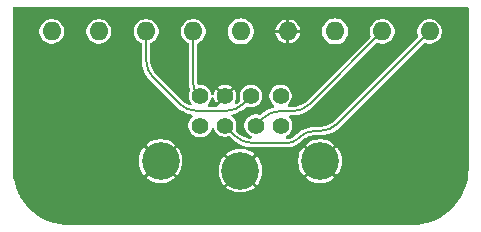
<source format=gbr>
%TF.GenerationSoftware,KiCad,Pcbnew,9.0.6*%
%TF.CreationDate,2026-02-06T14:40:20-05:00*%
%TF.ProjectId,DQ PS2 Controller Adapter,44512050-5332-4204-936f-6e74726f6c6c,1.0*%
%TF.SameCoordinates,Original*%
%TF.FileFunction,Copper,L1,Top*%
%TF.FilePolarity,Positive*%
%FSLAX46Y46*%
G04 Gerber Fmt 4.6, Leading zero omitted, Abs format (unit mm)*
G04 Created by KiCad (PCBNEW 9.0.6) date 2026-02-06 14:40:20*
%MOMM*%
%LPD*%
G01*
G04 APERTURE LIST*
%TA.AperFunction,ComponentPad*%
%ADD10O,1.600000X1.600000*%
%TD*%
%TA.AperFunction,ComponentPad*%
%ADD11C,3.200000*%
%TD*%
%TA.AperFunction,ComponentPad*%
%ADD12C,1.400000*%
%TD*%
%TA.AperFunction,Conductor*%
%ADD13C,0.200000*%
%TD*%
G04 APERTURE END LIST*
D10*
%TO.P,P1,1,DAT*%
%TO.N,/DAT*%
X166670000Y-89930000D03*
%TO.P,P1,2,CMD*%
%TO.N,/CMD*%
X162670000Y-89930000D03*
%TO.P,P1,3,7V6*%
%TO.N,/7V6*%
X158670000Y-89930000D03*
%TO.P,P1,4,GND*%
%TO.N,GND*%
X154670000Y-89930000D03*
%TO.P,P1,5,Vcc*%
%TO.N,/Vcc*%
X150670000Y-89930000D03*
%TO.P,P1,6,ATT*%
%TO.N,/ATT*%
X146670000Y-89930000D03*
%TO.P,P1,7,CLK*%
%TO.N,/CLK*%
X142670000Y-89930000D03*
%TO.P,P1,8,N/C*%
%TO.N,unconnected-(P1-N{slash}C-Pad8)*%
X138670000Y-89930000D03*
%TO.P,P1,9,ACK*%
%TO.N,/ACK*%
X134670000Y-89930000D03*
%TD*%
D11*
%TO.P,J1,0*%
%TO.N,GND*%
X157400000Y-100900000D03*
X150650000Y-101710000D03*
X143900000Y-100900000D03*
D12*
%TO.P,J1,1*%
%TO.N,/DAT*%
X149350000Y-97900000D03*
%TO.P,J1,2*%
%TO.N,/CMD*%
X151950000Y-97900000D03*
%TO.P,J1,3*%
%TO.N,/7V6*%
X147250000Y-97900000D03*
%TO.P,J1,4*%
%TO.N,GND*%
X149350000Y-95400000D03*
%TO.P,J1,5*%
%TO.N,/Vcc*%
X154050000Y-97900000D03*
%TO.P,J1,6*%
%TO.N,/ATT*%
X147250000Y-95400000D03*
%TO.P,J1,7*%
%TO.N,/CLK*%
X151550000Y-95400000D03*
%TO.P,J1,8*%
%TO.N,/ACK*%
X154050000Y-95400000D03*
%TD*%
D13*
%TO.N,/ATT*%
X146962893Y-95112893D02*
X147250000Y-95400000D01*
X146670000Y-89930000D02*
X146670000Y-94405786D01*
X146962893Y-95112893D02*
G75*
G02*
X146670010Y-94405786I707107J707093D01*
G01*
%TO.N,/DAT*%
X155432893Y-99067107D02*
X155574214Y-98925786D01*
X151638427Y-99360000D02*
X154725786Y-99360000D01*
X158845787Y-97754213D02*
X166670000Y-89930000D01*
X149350000Y-97900000D02*
X150224214Y-98774214D01*
X156988427Y-98340000D02*
X157431573Y-98340000D01*
X156988427Y-98340000D02*
G75*
G03*
X155574200Y-98925772I-27J-2000000D01*
G01*
X155432893Y-99067107D02*
G75*
G02*
X154725786Y-99359990I-707093J707107D01*
G01*
X150224214Y-98774214D02*
G75*
G03*
X151638427Y-99359981I1414186J1414214D01*
G01*
X157431573Y-98340000D02*
G75*
G03*
X158845801Y-97754227I27J2000000D01*
G01*
%TO.N,/CMD*%
X155101573Y-96670000D02*
X154008427Y-96670000D01*
X162670000Y-89930000D02*
X156515786Y-96084214D01*
X152594213Y-97255787D02*
X151950000Y-97900000D01*
X156515786Y-96084214D02*
G75*
G02*
X155101573Y-96669981I-1414186J1414214D01*
G01*
X152594213Y-97255787D02*
G75*
G02*
X154008427Y-96670019I1414187J-1414213D01*
G01*
%TO.N,/CLK*%
X146928427Y-96640000D02*
X149481573Y-96640000D01*
X142670000Y-89930000D02*
X142670000Y-92381573D01*
X143255787Y-93795787D02*
X145514214Y-96054214D01*
X150895787Y-96054213D02*
X151550000Y-95400000D01*
X143255787Y-93795787D02*
G75*
G02*
X142670019Y-92381573I1414213J1414187D01*
G01*
X146928427Y-96640000D02*
G75*
G02*
X145514200Y-96054228I-27J2000000D01*
G01*
X149481573Y-96640000D02*
G75*
G03*
X150895801Y-96054227I27J2000000D01*
G01*
%TD*%
%TA.AperFunction,Conductor*%
%TO.N,GND*%
G36*
X148341505Y-95510781D02*
G01*
X148398178Y-95551646D01*
X148421871Y-95603525D01*
X148436507Y-95677100D01*
X148436508Y-95677105D01*
X148508119Y-95849991D01*
X148508124Y-95849999D01*
X148594281Y-95978940D01*
X148955871Y-95617350D01*
X148989910Y-95676306D01*
X149073694Y-95760090D01*
X149132647Y-95794127D01*
X148770214Y-96156561D01*
X148757804Y-96221994D01*
X148709739Y-96272703D01*
X148647421Y-96289500D01*
X148004073Y-96289500D01*
X147937034Y-96269815D01*
X147891279Y-96217011D01*
X147881335Y-96147853D01*
X147910360Y-96084297D01*
X147916392Y-96077819D01*
X147988299Y-96005911D01*
X147988302Y-96005908D01*
X148092322Y-95850231D01*
X148163973Y-95677251D01*
X148178638Y-95603523D01*
X148211021Y-95541617D01*
X148271736Y-95507042D01*
X148341505Y-95510781D01*
G37*
%TD.AperFunction*%
%TA.AperFunction,Conductor*%
G36*
X169912539Y-87850185D02*
G01*
X169958294Y-87902989D01*
X169969500Y-87954500D01*
X169969500Y-101536886D01*
X169969382Y-101542295D01*
X169951473Y-101952492D01*
X169950530Y-101963268D01*
X169897293Y-102367644D01*
X169895415Y-102378298D01*
X169807132Y-102776516D01*
X169804332Y-102786964D01*
X169681684Y-103175956D01*
X169677984Y-103186122D01*
X169521896Y-103562953D01*
X169517324Y-103572757D01*
X169328993Y-103934538D01*
X169323585Y-103943906D01*
X169104428Y-104287914D01*
X169098223Y-104296775D01*
X168849925Y-104620364D01*
X168842971Y-104628651D01*
X168567418Y-104929365D01*
X168559769Y-104937014D01*
X168259055Y-105212568D01*
X168250768Y-105219522D01*
X167927180Y-105467820D01*
X167918319Y-105474025D01*
X167574311Y-105693182D01*
X167564943Y-105698590D01*
X167203162Y-105886922D01*
X167193358Y-105891494D01*
X166816530Y-106047581D01*
X166806365Y-106051281D01*
X166417367Y-106173932D01*
X166406917Y-106176732D01*
X166008702Y-106265014D01*
X165998049Y-106266892D01*
X165593672Y-106320129D01*
X165582896Y-106321072D01*
X165172862Y-106338975D01*
X165167453Y-106339093D01*
X136172706Y-106339093D01*
X136167297Y-106338975D01*
X135757102Y-106321065D01*
X135746326Y-106320122D01*
X135341950Y-106266885D01*
X135331296Y-106265007D01*
X134933079Y-106176724D01*
X134922631Y-106173924D01*
X134533640Y-106051276D01*
X134523474Y-106047576D01*
X134146643Y-105891487D01*
X134136839Y-105886915D01*
X134018873Y-105825506D01*
X133775044Y-105698576D01*
X133765688Y-105693175D01*
X133480376Y-105511410D01*
X133421692Y-105474024D01*
X133412831Y-105467820D01*
X133089235Y-105219516D01*
X133080948Y-105212562D01*
X132780235Y-104937009D01*
X132772586Y-104929360D01*
X132497033Y-104628646D01*
X132490079Y-104620359D01*
X132241781Y-104296771D01*
X132235576Y-104287910D01*
X132016420Y-103943903D01*
X132011012Y-103934535D01*
X131954299Y-103825590D01*
X131822678Y-103572748D01*
X131818112Y-103562956D01*
X131662016Y-103186107D01*
X131658322Y-103175956D01*
X131636324Y-103106188D01*
X131535665Y-102786939D01*
X131532876Y-102776527D01*
X131444588Y-102378281D01*
X131442716Y-102367662D01*
X131389474Y-101963245D01*
X131388534Y-101952511D01*
X131370617Y-101542126D01*
X131370500Y-101536736D01*
X131370500Y-100778751D01*
X142050000Y-100778751D01*
X142050000Y-101021248D01*
X142050001Y-101021264D01*
X142081653Y-101261687D01*
X142144421Y-101495939D01*
X142237220Y-101719978D01*
X142237227Y-101719993D01*
X142358480Y-101930009D01*
X142503811Y-102119409D01*
X142503812Y-102119409D01*
X143038097Y-101585124D01*
X143060967Y-101616602D01*
X143183398Y-101739033D01*
X143214873Y-101761901D01*
X142680589Y-102296186D01*
X142680589Y-102296188D01*
X142869990Y-102441519D01*
X143080006Y-102562772D01*
X143080021Y-102562779D01*
X143304060Y-102655578D01*
X143538312Y-102718346D01*
X143778735Y-102749998D01*
X143778752Y-102750000D01*
X144021248Y-102750000D01*
X144021264Y-102749998D01*
X144261687Y-102718346D01*
X144495939Y-102655578D01*
X144719978Y-102562779D01*
X144719992Y-102562772D01*
X144930010Y-102441518D01*
X145119409Y-102296186D01*
X144585125Y-101761901D01*
X144616602Y-101739033D01*
X144739033Y-101616602D01*
X144761901Y-101585125D01*
X145296186Y-102119409D01*
X145441518Y-101930010D01*
X145562772Y-101719992D01*
X145562779Y-101719978D01*
X145617135Y-101588751D01*
X148800000Y-101588751D01*
X148800000Y-101831248D01*
X148800001Y-101831264D01*
X148831653Y-102071687D01*
X148894421Y-102305939D01*
X148987220Y-102529978D01*
X148987227Y-102529993D01*
X149108480Y-102740009D01*
X149253811Y-102929409D01*
X149253812Y-102929409D01*
X149788097Y-102395124D01*
X149810967Y-102426602D01*
X149933398Y-102549033D01*
X149964873Y-102571901D01*
X149430589Y-103106186D01*
X149430589Y-103106188D01*
X149619990Y-103251519D01*
X149830006Y-103372772D01*
X149830021Y-103372779D01*
X150054060Y-103465578D01*
X150288312Y-103528346D01*
X150528735Y-103559998D01*
X150528752Y-103560000D01*
X150771248Y-103560000D01*
X150771264Y-103559998D01*
X151011687Y-103528346D01*
X151245939Y-103465578D01*
X151469978Y-103372779D01*
X151469992Y-103372772D01*
X151680010Y-103251518D01*
X151869409Y-103106186D01*
X151335125Y-102571901D01*
X151366602Y-102549033D01*
X151489033Y-102426602D01*
X151511901Y-102395125D01*
X152046186Y-102929409D01*
X152191518Y-102740010D01*
X152312772Y-102529992D01*
X152312779Y-102529978D01*
X152405579Y-102305937D01*
X152429640Y-102216141D01*
X152429640Y-102216140D01*
X152468346Y-102071686D01*
X152499998Y-101831264D01*
X152500000Y-101831248D01*
X152500000Y-101588751D01*
X152499998Y-101588735D01*
X152468346Y-101348312D01*
X152405578Y-101114060D01*
X152312779Y-100890021D01*
X152312774Y-100890011D01*
X152281987Y-100836685D01*
X152281986Y-100836683D01*
X152248539Y-100778751D01*
X155550000Y-100778751D01*
X155550000Y-101021248D01*
X155550001Y-101021264D01*
X155581653Y-101261687D01*
X155644421Y-101495939D01*
X155737220Y-101719978D01*
X155737227Y-101719993D01*
X155858480Y-101930009D01*
X156003811Y-102119409D01*
X156003812Y-102119409D01*
X156538097Y-101585124D01*
X156560967Y-101616602D01*
X156683398Y-101739033D01*
X156714873Y-101761901D01*
X156180589Y-102296186D01*
X156180589Y-102296188D01*
X156369990Y-102441519D01*
X156580006Y-102562772D01*
X156580021Y-102562779D01*
X156804060Y-102655578D01*
X157038312Y-102718346D01*
X157278735Y-102749998D01*
X157278752Y-102750000D01*
X157521248Y-102750000D01*
X157521264Y-102749998D01*
X157761687Y-102718346D01*
X157995939Y-102655578D01*
X158219978Y-102562779D01*
X158219992Y-102562772D01*
X158430010Y-102441518D01*
X158619409Y-102296186D01*
X158085125Y-101761901D01*
X158116602Y-101739033D01*
X158239033Y-101616602D01*
X158261902Y-101585125D01*
X158796186Y-102119409D01*
X158941518Y-101930010D01*
X159062772Y-101719992D01*
X159062779Y-101719978D01*
X159155578Y-101495939D01*
X159218346Y-101261687D01*
X159249998Y-101021264D01*
X159250000Y-101021248D01*
X159250000Y-100778751D01*
X159249998Y-100778735D01*
X159218346Y-100538312D01*
X159155578Y-100304060D01*
X159062779Y-100080021D01*
X159062772Y-100080006D01*
X158941519Y-99869990D01*
X158796188Y-99680589D01*
X158796186Y-99680589D01*
X158261901Y-100214873D01*
X158239033Y-100183398D01*
X158116602Y-100060967D01*
X158085124Y-100038097D01*
X158619409Y-99503812D01*
X158619409Y-99503811D01*
X158430009Y-99358480D01*
X158219993Y-99237227D01*
X158219978Y-99237220D01*
X157995939Y-99144421D01*
X157761687Y-99081653D01*
X157521264Y-99050001D01*
X157521248Y-99050000D01*
X157278752Y-99050000D01*
X157278735Y-99050001D01*
X157038312Y-99081653D01*
X156804060Y-99144421D01*
X156580021Y-99237220D01*
X156580006Y-99237227D01*
X156369990Y-99358480D01*
X156180589Y-99503811D01*
X156180589Y-99503812D01*
X156714874Y-100038097D01*
X156683398Y-100060967D01*
X156560967Y-100183398D01*
X156538098Y-100214874D01*
X156003812Y-99680589D01*
X156003811Y-99680589D01*
X155858480Y-99869990D01*
X155737227Y-100080006D01*
X155737220Y-100080021D01*
X155644421Y-100304060D01*
X155581653Y-100538312D01*
X155550001Y-100778735D01*
X155550000Y-100778751D01*
X152248539Y-100778751D01*
X152191519Y-100679990D01*
X152046188Y-100490589D01*
X152046186Y-100490589D01*
X151511901Y-101024873D01*
X151489033Y-100993398D01*
X151366602Y-100870967D01*
X151335124Y-100848097D01*
X151869409Y-100313812D01*
X151869409Y-100313811D01*
X151680009Y-100168480D01*
X151469993Y-100047227D01*
X151469978Y-100047220D01*
X151245939Y-99954421D01*
X151011687Y-99891653D01*
X150771264Y-99860001D01*
X150771248Y-99860000D01*
X150528752Y-99860000D01*
X150528735Y-99860001D01*
X150288312Y-99891653D01*
X150054060Y-99954421D01*
X149830021Y-100047220D01*
X149830006Y-100047227D01*
X149619990Y-100168480D01*
X149430589Y-100313811D01*
X149430589Y-100313812D01*
X149964874Y-100848097D01*
X149933398Y-100870967D01*
X149810967Y-100993398D01*
X149788097Y-101024874D01*
X149253812Y-100490589D01*
X149253811Y-100490589D01*
X149108480Y-100679990D01*
X148987227Y-100890006D01*
X148987220Y-100890021D01*
X148894421Y-101114060D01*
X148831653Y-101348312D01*
X148800001Y-101588735D01*
X148800000Y-101588751D01*
X145617135Y-101588751D01*
X145638474Y-101537234D01*
X145655578Y-101495939D01*
X145718346Y-101261687D01*
X145749998Y-101021264D01*
X145750000Y-101021248D01*
X145750000Y-100778751D01*
X145749998Y-100778735D01*
X145718346Y-100538312D01*
X145679640Y-100393859D01*
X145655578Y-100304060D01*
X145562779Y-100080021D01*
X145562772Y-100080006D01*
X145441519Y-99869990D01*
X145296188Y-99680589D01*
X145296186Y-99680589D01*
X144761901Y-100214873D01*
X144739033Y-100183398D01*
X144616602Y-100060967D01*
X144585124Y-100038097D01*
X145119409Y-99503812D01*
X145119409Y-99503811D01*
X144930009Y-99358480D01*
X144719993Y-99237227D01*
X144719978Y-99237220D01*
X144495939Y-99144421D01*
X144261687Y-99081653D01*
X144021264Y-99050001D01*
X144021248Y-99050000D01*
X143778752Y-99050000D01*
X143778735Y-99050001D01*
X143538312Y-99081653D01*
X143304060Y-99144421D01*
X143080021Y-99237220D01*
X143080006Y-99237227D01*
X142869990Y-99358480D01*
X142680589Y-99503811D01*
X142680589Y-99503812D01*
X143214874Y-100038097D01*
X143183398Y-100060967D01*
X143060967Y-100183398D01*
X143038098Y-100214874D01*
X142503812Y-99680589D01*
X142503811Y-99680589D01*
X142358480Y-99869990D01*
X142237227Y-100080006D01*
X142237220Y-100080021D01*
X142144421Y-100304060D01*
X142081653Y-100538312D01*
X142050001Y-100778735D01*
X142050000Y-100778751D01*
X131370500Y-100778751D01*
X131370500Y-89826530D01*
X133619500Y-89826530D01*
X133619500Y-90033469D01*
X133659868Y-90236412D01*
X133659870Y-90236420D01*
X133739058Y-90427596D01*
X133854024Y-90599657D01*
X134000342Y-90745975D01*
X134000345Y-90745977D01*
X134172402Y-90860941D01*
X134363580Y-90940130D01*
X134542429Y-90975705D01*
X134566530Y-90980499D01*
X134566534Y-90980500D01*
X134566535Y-90980500D01*
X134773466Y-90980500D01*
X134773467Y-90980499D01*
X134976420Y-90940130D01*
X135167598Y-90860941D01*
X135339655Y-90745977D01*
X135485977Y-90599655D01*
X135600941Y-90427598D01*
X135680130Y-90236420D01*
X135720500Y-90033465D01*
X135720500Y-89826535D01*
X135720499Y-89826530D01*
X137619500Y-89826530D01*
X137619500Y-90033469D01*
X137659868Y-90236412D01*
X137659870Y-90236420D01*
X137739058Y-90427596D01*
X137854024Y-90599657D01*
X138000342Y-90745975D01*
X138000345Y-90745977D01*
X138172402Y-90860941D01*
X138363580Y-90940130D01*
X138542429Y-90975705D01*
X138566530Y-90980499D01*
X138566534Y-90980500D01*
X138566535Y-90980500D01*
X138773466Y-90980500D01*
X138773467Y-90980499D01*
X138976420Y-90940130D01*
X139167598Y-90860941D01*
X139339655Y-90745977D01*
X139485977Y-90599655D01*
X139600941Y-90427598D01*
X139680130Y-90236420D01*
X139720500Y-90033465D01*
X139720500Y-89826535D01*
X139720499Y-89826530D01*
X141619500Y-89826530D01*
X141619500Y-90033469D01*
X141659868Y-90236412D01*
X141659870Y-90236420D01*
X141739058Y-90427596D01*
X141854024Y-90599657D01*
X142000342Y-90745975D01*
X142000345Y-90745977D01*
X142171740Y-90860499D01*
X142172405Y-90860943D01*
X142242952Y-90890164D01*
X142297356Y-90934005D01*
X142319421Y-91000299D01*
X142319500Y-91004725D01*
X142319500Y-92435580D01*
X142319518Y-92435871D01*
X142319518Y-92513564D01*
X142319518Y-92513569D01*
X142327990Y-92588769D01*
X142349074Y-92775917D01*
X142349075Y-92775927D01*
X142407813Y-93033285D01*
X142407818Y-93033300D01*
X142495004Y-93282477D01*
X142609550Y-93520339D01*
X142750005Y-93743878D01*
X142914609Y-93950290D01*
X142968243Y-94003923D01*
X142968254Y-94003936D01*
X142975317Y-94010999D01*
X145227119Y-96262801D01*
X145227121Y-96262804D01*
X145229183Y-96264866D01*
X145231000Y-96266683D01*
X145231031Y-96266740D01*
X145266362Y-96302070D01*
X145266362Y-96302071D01*
X145359702Y-96395410D01*
X145566110Y-96560011D01*
X145789650Y-96700467D01*
X146027511Y-96815011D01*
X146276700Y-96902203D01*
X146510786Y-96955629D01*
X146571765Y-96989737D01*
X146604623Y-97051398D01*
X146598929Y-97121035D01*
X146570877Y-97164201D01*
X146472860Y-97262218D01*
X146363371Y-97426079D01*
X146363364Y-97426092D01*
X146287950Y-97608160D01*
X146287947Y-97608170D01*
X146249500Y-97801456D01*
X146249500Y-97801459D01*
X146249500Y-97998541D01*
X146249500Y-97998543D01*
X146249499Y-97998543D01*
X146287947Y-98191829D01*
X146287950Y-98191839D01*
X146363364Y-98373907D01*
X146363371Y-98373920D01*
X146472860Y-98537781D01*
X146472863Y-98537785D01*
X146612214Y-98677136D01*
X146612218Y-98677139D01*
X146776079Y-98786628D01*
X146776092Y-98786635D01*
X146930278Y-98850500D01*
X146958165Y-98862051D01*
X146958169Y-98862051D01*
X146958170Y-98862052D01*
X147151456Y-98900500D01*
X147151459Y-98900500D01*
X147348543Y-98900500D01*
X147493588Y-98871648D01*
X147541835Y-98862051D01*
X147723914Y-98786632D01*
X147887782Y-98677139D01*
X148027139Y-98537782D01*
X148136632Y-98373914D01*
X148212051Y-98191835D01*
X148212051Y-98191833D01*
X148212498Y-98190755D01*
X148256338Y-98136351D01*
X148322632Y-98114286D01*
X148390332Y-98131565D01*
X148437943Y-98182702D01*
X148441620Y-98190754D01*
X148507676Y-98350227D01*
X148507681Y-98350237D01*
X148611697Y-98505907D01*
X148611700Y-98505911D01*
X148744088Y-98638299D01*
X148744092Y-98638302D01*
X148899762Y-98742318D01*
X148899768Y-98742321D01*
X148899769Y-98742322D01*
X149072749Y-98813973D01*
X149256379Y-98850499D01*
X149256383Y-98850500D01*
X149256384Y-98850500D01*
X149443617Y-98850500D01*
X149443618Y-98850499D01*
X149627251Y-98813973D01*
X149650432Y-98804370D01*
X149670308Y-98802232D01*
X149689041Y-98795246D01*
X149704334Y-98798572D01*
X149719898Y-98796899D01*
X149737778Y-98805848D01*
X149757314Y-98810098D01*
X149779594Y-98826777D01*
X149782379Y-98828171D01*
X149785568Y-98831249D01*
X149930046Y-98975727D01*
X149930057Y-98975740D01*
X149937120Y-98982802D01*
X149937121Y-98982804D01*
X149940040Y-98985722D01*
X149940071Y-98985780D01*
X149976362Y-99022070D01*
X149976362Y-99022071D01*
X150069702Y-99115410D01*
X150276110Y-99280011D01*
X150499650Y-99420467D01*
X150737511Y-99535011D01*
X150986700Y-99622203D01*
X151244086Y-99680947D01*
X151506430Y-99710502D01*
X151638432Y-99710500D01*
X154725781Y-99710500D01*
X154771930Y-99710500D01*
X154780133Y-99710500D01*
X154780261Y-99710491D01*
X154814297Y-99710492D01*
X154937700Y-99694246D01*
X154989803Y-99687388D01*
X154989806Y-99687387D01*
X154989816Y-99687386D01*
X155075316Y-99664477D01*
X155160811Y-99641571D01*
X155160813Y-99641569D01*
X155160817Y-99641569D01*
X155324374Y-99573824D01*
X155477690Y-99485309D01*
X155618140Y-99377540D01*
X155645439Y-99350240D01*
X155645445Y-99350236D01*
X155648102Y-99347578D01*
X155648105Y-99347577D01*
X155700354Y-99295326D01*
X155700357Y-99295325D01*
X155730185Y-99265498D01*
X155730192Y-99265488D01*
X155819176Y-99176504D01*
X155825068Y-99170985D01*
X155978170Y-99036721D01*
X155991031Y-99026854D01*
X155998190Y-99022071D01*
X156056964Y-98982800D01*
X156156921Y-98916013D01*
X156170959Y-98907907D01*
X156349908Y-98819662D01*
X156364873Y-98813463D01*
X156553819Y-98749327D01*
X156569465Y-98745135D01*
X156765159Y-98706212D01*
X156781216Y-98704098D01*
X156984694Y-98690764D01*
X156992778Y-98690500D01*
X157043936Y-98690501D01*
X157043939Y-98690500D01*
X157431568Y-98690500D01*
X157477717Y-98690500D01*
X157485986Y-98690500D01*
X157486274Y-98690480D01*
X157563569Y-98690482D01*
X157825911Y-98660927D01*
X157825921Y-98660924D01*
X157825927Y-98660924D01*
X158005496Y-98619939D01*
X158083295Y-98602184D01*
X158332483Y-98514993D01*
X158570341Y-98400449D01*
X158793879Y-98259994D01*
X159000286Y-98095394D01*
X159049074Y-98046604D01*
X159049082Y-98046599D01*
X159060997Y-98034683D01*
X159060999Y-98034683D01*
X166157896Y-90937784D01*
X166219217Y-90904301D01*
X166288909Y-90909285D01*
X166293028Y-90910906D01*
X166363580Y-90940130D01*
X166542429Y-90975705D01*
X166566530Y-90980499D01*
X166566534Y-90980500D01*
X166566535Y-90980500D01*
X166773466Y-90980500D01*
X166773467Y-90980499D01*
X166976420Y-90940130D01*
X167167598Y-90860941D01*
X167339655Y-90745977D01*
X167485977Y-90599655D01*
X167600941Y-90427598D01*
X167680130Y-90236420D01*
X167720500Y-90033465D01*
X167720500Y-89826535D01*
X167680130Y-89623580D01*
X167600941Y-89432402D01*
X167485977Y-89260345D01*
X167485975Y-89260342D01*
X167339657Y-89114024D01*
X167168258Y-88999500D01*
X167167598Y-88999059D01*
X167142753Y-88988768D01*
X166976420Y-88919870D01*
X166976412Y-88919868D01*
X166773469Y-88879500D01*
X166773465Y-88879500D01*
X166566535Y-88879500D01*
X166566530Y-88879500D01*
X166363587Y-88919868D01*
X166363579Y-88919870D01*
X166172403Y-88999058D01*
X166000342Y-89114024D01*
X165854024Y-89260342D01*
X165739058Y-89432403D01*
X165659870Y-89623579D01*
X165659868Y-89623587D01*
X165619500Y-89826530D01*
X165619500Y-90033469D01*
X165659868Y-90236412D01*
X165659870Y-90236420D01*
X165689093Y-90306969D01*
X165696562Y-90376438D01*
X165665287Y-90438917D01*
X165662213Y-90442103D01*
X158600826Y-97503491D01*
X158594903Y-97509039D01*
X158441838Y-97643270D01*
X158428970Y-97653144D01*
X158263083Y-97763984D01*
X158249035Y-97772094D01*
X158070098Y-97860333D01*
X158055113Y-97866540D01*
X157866195Y-97930667D01*
X157850528Y-97934865D01*
X157654850Y-97973785D01*
X157638769Y-97975902D01*
X157435327Y-97989234D01*
X157427220Y-97989499D01*
X157400405Y-97989499D01*
X157376064Y-97989499D01*
X157376061Y-97989499D01*
X157366066Y-97989500D01*
X157366065Y-97989499D01*
X157366064Y-97989500D01*
X156934528Y-97989500D01*
X156934231Y-97989518D01*
X156856435Y-97989518D01*
X156856434Y-97989518D01*
X156856431Y-97989518D01*
X156594089Y-98019073D01*
X156594087Y-98019073D01*
X156594082Y-98019074D01*
X156594076Y-98019075D01*
X156336712Y-98077814D01*
X156336700Y-98077818D01*
X156087520Y-98165005D01*
X156087519Y-98165006D01*
X155849664Y-98279547D01*
X155626122Y-98420004D01*
X155419714Y-98584605D01*
X155363336Y-98640981D01*
X155287121Y-98717195D01*
X155287121Y-98717196D01*
X155287119Y-98717198D01*
X155233378Y-98770939D01*
X155189364Y-98814953D01*
X155180347Y-98823125D01*
X155096072Y-98892286D01*
X155075860Y-98905791D01*
X154985112Y-98954296D01*
X154962655Y-98963598D01*
X154864188Y-98993467D01*
X154840345Y-98998209D01*
X154731754Y-99008902D01*
X154719604Y-99009499D01*
X154694122Y-99009499D01*
X154670277Y-99009499D01*
X154670274Y-99009499D01*
X154660279Y-99009500D01*
X154660278Y-99009499D01*
X154660277Y-99009500D01*
X154599143Y-99009500D01*
X154532104Y-98989815D01*
X154486349Y-98937011D01*
X154476405Y-98867853D01*
X154505430Y-98804297D01*
X154530252Y-98782398D01*
X154667389Y-98690765D01*
X154687782Y-98677139D01*
X154827139Y-98537782D01*
X154936632Y-98373914D01*
X155012051Y-98191835D01*
X155034731Y-98077816D01*
X155050500Y-97998543D01*
X155050500Y-97801456D01*
X155012052Y-97608170D01*
X155012051Y-97608169D01*
X155012051Y-97608165D01*
X155012049Y-97608160D01*
X154936635Y-97426092D01*
X154936628Y-97426079D01*
X154827139Y-97262218D01*
X154827136Y-97262214D01*
X154797103Y-97232181D01*
X154763618Y-97170858D01*
X154768602Y-97101166D01*
X154810474Y-97045233D01*
X154875938Y-97020816D01*
X154884784Y-97020500D01*
X155155986Y-97020500D01*
X155156274Y-97020480D01*
X155233569Y-97020482D01*
X155495911Y-96990927D01*
X155753294Y-96932184D01*
X156002482Y-96844993D01*
X156240340Y-96730450D01*
X156463878Y-96589995D01*
X156670285Y-96425395D01*
X156730994Y-96364685D01*
X156730998Y-96364684D01*
X156790311Y-96305371D01*
X156802879Y-96292804D01*
X156802879Y-96292803D01*
X156813079Y-96282604D01*
X156813086Y-96282594D01*
X162157896Y-90937784D01*
X162219217Y-90904301D01*
X162288909Y-90909285D01*
X162293028Y-90910906D01*
X162363580Y-90940130D01*
X162542429Y-90975705D01*
X162566530Y-90980499D01*
X162566534Y-90980500D01*
X162566535Y-90980500D01*
X162773466Y-90980500D01*
X162773467Y-90980499D01*
X162976420Y-90940130D01*
X163167598Y-90860941D01*
X163339655Y-90745977D01*
X163485977Y-90599655D01*
X163600941Y-90427598D01*
X163680130Y-90236420D01*
X163720500Y-90033465D01*
X163720500Y-89826535D01*
X163680130Y-89623580D01*
X163600941Y-89432402D01*
X163485977Y-89260345D01*
X163485975Y-89260342D01*
X163339657Y-89114024D01*
X163168258Y-88999500D01*
X163167598Y-88999059D01*
X163142753Y-88988768D01*
X162976420Y-88919870D01*
X162976412Y-88919868D01*
X162773469Y-88879500D01*
X162773465Y-88879500D01*
X162566535Y-88879500D01*
X162566530Y-88879500D01*
X162363587Y-88919868D01*
X162363579Y-88919870D01*
X162172403Y-88999058D01*
X162000342Y-89114024D01*
X161854024Y-89260342D01*
X161739058Y-89432403D01*
X161659870Y-89623579D01*
X161659868Y-89623587D01*
X161619500Y-89826530D01*
X161619500Y-90033469D01*
X161659868Y-90236412D01*
X161659870Y-90236420D01*
X161689093Y-90306969D01*
X161696562Y-90376438D01*
X161665287Y-90438917D01*
X161662213Y-90442103D01*
X156270822Y-95833494D01*
X156264899Y-95839042D01*
X156111837Y-95973271D01*
X156098968Y-95983145D01*
X155933078Y-96093986D01*
X155919032Y-96102096D01*
X155740102Y-96190332D01*
X155725117Y-96196539D01*
X155536194Y-96260668D01*
X155520525Y-96264866D01*
X155324851Y-96303785D01*
X155308771Y-96305902D01*
X155105327Y-96319234D01*
X155097218Y-96319499D01*
X155036076Y-96319499D01*
X155036064Y-96319500D01*
X154774073Y-96319500D01*
X154707034Y-96299815D01*
X154661279Y-96247011D01*
X154651335Y-96177853D01*
X154680360Y-96114297D01*
X154686392Y-96107819D01*
X154788299Y-96005911D01*
X154788302Y-96005908D01*
X154892322Y-95850231D01*
X154963973Y-95677251D01*
X155000500Y-95493616D01*
X155000500Y-95306384D01*
X154963973Y-95122749D01*
X154892322Y-94949769D01*
X154892321Y-94949768D01*
X154892318Y-94949762D01*
X154788302Y-94794092D01*
X154788299Y-94794088D01*
X154655911Y-94661700D01*
X154655907Y-94661697D01*
X154500237Y-94557681D01*
X154500228Y-94557676D01*
X154327251Y-94486027D01*
X154327243Y-94486025D01*
X154143620Y-94449500D01*
X154143616Y-94449500D01*
X153956384Y-94449500D01*
X153956379Y-94449500D01*
X153772756Y-94486025D01*
X153772748Y-94486027D01*
X153599771Y-94557676D01*
X153599762Y-94557681D01*
X153444092Y-94661697D01*
X153444088Y-94661700D01*
X153311700Y-94794088D01*
X153311697Y-94794092D01*
X153207681Y-94949762D01*
X153207676Y-94949771D01*
X153136027Y-95122748D01*
X153136025Y-95122756D01*
X153099500Y-95306379D01*
X153099500Y-95493620D01*
X153136025Y-95677243D01*
X153136027Y-95677251D01*
X153207676Y-95850228D01*
X153207681Y-95850237D01*
X153311697Y-96005907D01*
X153311700Y-96005911D01*
X153444088Y-96138299D01*
X153444092Y-96138302D01*
X153483138Y-96164392D01*
X153527943Y-96218004D01*
X153536650Y-96287329D01*
X153506496Y-96350356D01*
X153447053Y-96387076D01*
X153441839Y-96388385D01*
X153356711Y-96407814D01*
X153356699Y-96407818D01*
X153107522Y-96495004D01*
X152869660Y-96609550D01*
X152646121Y-96750005D01*
X152439718Y-96914602D01*
X152385567Y-96968752D01*
X152324243Y-97002236D01*
X152254551Y-96997250D01*
X152250482Y-96995649D01*
X152227251Y-96986027D01*
X152227244Y-96986025D01*
X152227243Y-96986025D01*
X152227243Y-96986024D01*
X152043620Y-96949500D01*
X152043616Y-96949500D01*
X151856384Y-96949500D01*
X151856379Y-96949500D01*
X151672756Y-96986025D01*
X151672748Y-96986027D01*
X151499771Y-97057676D01*
X151499762Y-97057681D01*
X151344092Y-97161697D01*
X151344088Y-97161700D01*
X151211700Y-97294088D01*
X151211697Y-97294092D01*
X151107681Y-97449762D01*
X151107676Y-97449771D01*
X151036027Y-97622748D01*
X151036025Y-97622756D01*
X150999500Y-97806379D01*
X150999500Y-97993620D01*
X151036025Y-98177243D01*
X151036027Y-98177251D01*
X151107676Y-98350228D01*
X151107681Y-98350237D01*
X151211697Y-98505907D01*
X151211700Y-98505911D01*
X151344088Y-98638299D01*
X151344092Y-98638302D01*
X151499762Y-98742318D01*
X151499771Y-98742323D01*
X151546100Y-98761513D01*
X151558005Y-98771107D01*
X151572365Y-98776366D01*
X151584658Y-98792585D01*
X151600503Y-98805354D01*
X151605331Y-98819861D01*
X151614569Y-98832049D01*
X151616141Y-98852340D01*
X151622568Y-98871648D01*
X151618786Y-98886464D01*
X151619968Y-98901710D01*
X151610321Y-98919628D01*
X151605289Y-98939347D01*
X151594097Y-98949767D01*
X151586849Y-98963231D01*
X151569047Y-98973089D01*
X151554152Y-98986958D01*
X151538178Y-98990184D01*
X151525726Y-98997081D01*
X151490538Y-98999809D01*
X151431227Y-98995922D01*
X151415147Y-98993805D01*
X151219468Y-98954885D01*
X151203800Y-98950687D01*
X151014879Y-98886559D01*
X150999894Y-98880352D01*
X150820955Y-98792112D01*
X150806907Y-98784002D01*
X150804506Y-98782398D01*
X150706927Y-98717199D01*
X150641018Y-98673161D01*
X150628150Y-98663287D01*
X150475297Y-98529241D01*
X150469374Y-98523693D01*
X150281249Y-98335568D01*
X150247764Y-98274245D01*
X150252748Y-98204553D01*
X150254351Y-98200478D01*
X150263973Y-98177251D01*
X150300500Y-97993616D01*
X150300500Y-97806384D01*
X150263973Y-97622749D01*
X150192322Y-97449769D01*
X150192321Y-97449768D01*
X150192318Y-97449762D01*
X150088302Y-97294092D01*
X150088299Y-97294088D01*
X149955911Y-97161700D01*
X149950930Y-97158372D01*
X149906126Y-97104759D01*
X149897419Y-97035434D01*
X149927574Y-96972407D01*
X149987018Y-96935688D01*
X149992223Y-96934380D01*
X150133295Y-96902184D01*
X150382483Y-96814993D01*
X150620341Y-96700449D01*
X150843879Y-96559994D01*
X151050286Y-96395394D01*
X151104729Y-96340949D01*
X151110996Y-96334683D01*
X151110999Y-96334683D01*
X151114442Y-96331239D01*
X151149310Y-96312205D01*
X151175751Y-96297766D01*
X151175758Y-96297766D01*
X151175767Y-96297762D01*
X151215283Y-96300592D01*
X151245443Y-96302748D01*
X151245458Y-96302753D01*
X151245460Y-96302754D01*
X151249552Y-96304364D01*
X151272749Y-96313973D01*
X151449210Y-96349073D01*
X151456379Y-96350499D01*
X151456383Y-96350500D01*
X151456384Y-96350500D01*
X151643617Y-96350500D01*
X151643618Y-96350499D01*
X151827251Y-96313973D01*
X152000231Y-96242322D01*
X152155908Y-96138302D01*
X152288302Y-96005908D01*
X152392322Y-95850231D01*
X152463973Y-95677251D01*
X152500500Y-95493616D01*
X152500500Y-95306384D01*
X152463973Y-95122749D01*
X152392322Y-94949769D01*
X152392321Y-94949768D01*
X152392318Y-94949762D01*
X152288302Y-94794092D01*
X152288299Y-94794088D01*
X152155911Y-94661700D01*
X152155907Y-94661697D01*
X152000237Y-94557681D01*
X152000228Y-94557676D01*
X151827251Y-94486027D01*
X151827243Y-94486025D01*
X151643620Y-94449500D01*
X151643616Y-94449500D01*
X151456384Y-94449500D01*
X151456379Y-94449500D01*
X151272756Y-94486025D01*
X151272748Y-94486027D01*
X151099771Y-94557676D01*
X151099762Y-94557681D01*
X150944092Y-94661697D01*
X150944088Y-94661700D01*
X150811700Y-94794088D01*
X150811697Y-94794092D01*
X150707681Y-94949762D01*
X150707676Y-94949771D01*
X150636027Y-95122748D01*
X150636025Y-95122756D01*
X150599500Y-95306379D01*
X150599500Y-95493620D01*
X150636024Y-95677243D01*
X150636027Y-95677252D01*
X150644431Y-95697541D01*
X150646988Y-95721332D01*
X150653867Y-95744254D01*
X150650654Y-95755440D01*
X150651898Y-95767011D01*
X150641186Y-95788408D01*
X150634581Y-95811410D01*
X150622761Y-95825214D01*
X150620622Y-95829489D01*
X150611627Y-95838220D01*
X150491838Y-95943270D01*
X150478970Y-95953144D01*
X150354140Y-96036551D01*
X150287462Y-96057428D01*
X150220082Y-96038943D01*
X150173393Y-95986963D01*
X150162217Y-95917993D01*
X150182150Y-95864554D01*
X150191876Y-95849998D01*
X150191880Y-95849991D01*
X150263491Y-95677105D01*
X150263493Y-95677097D01*
X150299999Y-95493571D01*
X150300000Y-95493569D01*
X150300000Y-95306430D01*
X150299999Y-95306428D01*
X150263493Y-95122902D01*
X150263491Y-95122894D01*
X150191880Y-94950008D01*
X150105718Y-94821057D01*
X149744127Y-95182647D01*
X149710090Y-95123694D01*
X149626306Y-95039910D01*
X149567350Y-95005872D01*
X149928940Y-94644281D01*
X149928940Y-94644280D01*
X149799999Y-94558124D01*
X149799991Y-94558119D01*
X149627105Y-94486508D01*
X149627097Y-94486506D01*
X149443570Y-94450000D01*
X149256430Y-94450000D01*
X149072902Y-94486506D01*
X149072894Y-94486508D01*
X148900003Y-94558121D01*
X148771058Y-94644279D01*
X148771058Y-94644281D01*
X149132649Y-95005872D01*
X149073694Y-95039910D01*
X148989910Y-95123694D01*
X148955872Y-95182649D01*
X148594281Y-94821058D01*
X148594279Y-94821058D01*
X148508121Y-94950003D01*
X148436508Y-95122894D01*
X148436506Y-95122899D01*
X148421871Y-95196474D01*
X148389485Y-95258384D01*
X148328769Y-95292958D01*
X148258999Y-95289217D01*
X148202328Y-95248350D01*
X148178637Y-95196475D01*
X148163973Y-95122749D01*
X148092322Y-94949769D01*
X148092321Y-94949768D01*
X148092318Y-94949762D01*
X147988302Y-94794092D01*
X147988299Y-94794088D01*
X147855911Y-94661700D01*
X147855907Y-94661697D01*
X147700237Y-94557681D01*
X147700228Y-94557676D01*
X147527251Y-94486027D01*
X147527243Y-94486025D01*
X147343620Y-94449500D01*
X147343616Y-94449500D01*
X147156384Y-94449500D01*
X147150293Y-94449500D01*
X147150293Y-94448269D01*
X147087997Y-94436449D01*
X147037292Y-94388379D01*
X147020500Y-94326070D01*
X147020500Y-91004725D01*
X147040185Y-90937686D01*
X147092989Y-90891931D01*
X147097048Y-90890164D01*
X147167594Y-90860943D01*
X147167595Y-90860942D01*
X147167598Y-90860941D01*
X147339655Y-90745977D01*
X147485977Y-90599655D01*
X147600941Y-90427598D01*
X147680130Y-90236420D01*
X147720500Y-90033465D01*
X147720500Y-89843389D01*
X149569500Y-89843389D01*
X149569500Y-90016611D01*
X149596598Y-90187701D01*
X149650127Y-90352445D01*
X149728768Y-90506788D01*
X149830586Y-90646928D01*
X149953072Y-90769414D01*
X150093212Y-90871232D01*
X150247555Y-90949873D01*
X150412299Y-91003402D01*
X150583389Y-91030500D01*
X150583390Y-91030500D01*
X150756610Y-91030500D01*
X150756611Y-91030500D01*
X150927701Y-91003402D01*
X151092445Y-90949873D01*
X151246788Y-90871232D01*
X151386928Y-90769414D01*
X151509414Y-90646928D01*
X151611232Y-90506788D01*
X151689873Y-90352445D01*
X151743402Y-90187701D01*
X151770500Y-90016611D01*
X151770500Y-89843389D01*
X151764420Y-89804999D01*
X153624292Y-89804999D01*
X153624292Y-89805000D01*
X154134092Y-89805000D01*
X154120000Y-89857591D01*
X154120000Y-90002409D01*
X154134092Y-90055000D01*
X153624292Y-90055000D01*
X153660348Y-90236266D01*
X153660350Y-90236274D01*
X153739500Y-90427358D01*
X153739505Y-90427368D01*
X153854410Y-90599335D01*
X153854413Y-90599339D01*
X154000660Y-90745586D01*
X154000664Y-90745589D01*
X154172631Y-90860494D01*
X154172641Y-90860499D01*
X154363723Y-90939648D01*
X154363725Y-90939649D01*
X154545000Y-90975705D01*
X154545000Y-90465908D01*
X154597591Y-90480000D01*
X154742409Y-90480000D01*
X154795000Y-90465908D01*
X154795000Y-90975705D01*
X154976274Y-90939649D01*
X154976276Y-90939648D01*
X155167358Y-90860499D01*
X155167368Y-90860494D01*
X155339335Y-90745589D01*
X155339339Y-90745586D01*
X155485586Y-90599339D01*
X155485589Y-90599335D01*
X155600494Y-90427368D01*
X155600499Y-90427358D01*
X155679649Y-90236274D01*
X155679651Y-90236266D01*
X155715707Y-90055000D01*
X155205908Y-90055000D01*
X155220000Y-90002409D01*
X155220000Y-89857591D01*
X155216195Y-89843389D01*
X157569500Y-89843389D01*
X157569500Y-90016611D01*
X157596598Y-90187701D01*
X157650127Y-90352445D01*
X157728768Y-90506788D01*
X157830586Y-90646928D01*
X157953072Y-90769414D01*
X158093212Y-90871232D01*
X158247555Y-90949873D01*
X158412299Y-91003402D01*
X158583389Y-91030500D01*
X158583390Y-91030500D01*
X158756610Y-91030500D01*
X158756611Y-91030500D01*
X158927701Y-91003402D01*
X159092445Y-90949873D01*
X159246788Y-90871232D01*
X159386928Y-90769414D01*
X159509414Y-90646928D01*
X159611232Y-90506788D01*
X159689873Y-90352445D01*
X159743402Y-90187701D01*
X159770500Y-90016611D01*
X159770500Y-89843389D01*
X159743402Y-89672299D01*
X159689873Y-89507555D01*
X159611232Y-89353212D01*
X159509414Y-89213072D01*
X159386928Y-89090586D01*
X159246788Y-88988768D01*
X159092445Y-88910127D01*
X158927701Y-88856598D01*
X158927699Y-88856597D01*
X158927698Y-88856597D01*
X158796271Y-88835781D01*
X158756611Y-88829500D01*
X158583389Y-88829500D01*
X158543728Y-88835781D01*
X158412302Y-88856597D01*
X158247552Y-88910128D01*
X158093211Y-88988768D01*
X158013256Y-89046859D01*
X157953072Y-89090586D01*
X157953070Y-89090588D01*
X157953069Y-89090588D01*
X157830588Y-89213069D01*
X157830588Y-89213070D01*
X157830586Y-89213072D01*
X157796242Y-89260342D01*
X157728768Y-89353211D01*
X157650128Y-89507552D01*
X157596597Y-89672302D01*
X157589406Y-89717708D01*
X157569500Y-89843389D01*
X155216195Y-89843389D01*
X155205908Y-89805000D01*
X155715707Y-89805000D01*
X155679651Y-89623733D01*
X155679649Y-89623725D01*
X155600499Y-89432641D01*
X155600494Y-89432631D01*
X155485589Y-89260664D01*
X155485586Y-89260660D01*
X155339339Y-89114413D01*
X155339335Y-89114410D01*
X155167368Y-88999505D01*
X155167358Y-88999500D01*
X154976274Y-88920350D01*
X154976266Y-88920348D01*
X154795000Y-88884292D01*
X154795000Y-89394091D01*
X154742409Y-89380000D01*
X154597591Y-89380000D01*
X154545000Y-89394091D01*
X154545000Y-88884292D01*
X154544999Y-88884292D01*
X154363733Y-88920348D01*
X154363725Y-88920350D01*
X154172641Y-88999500D01*
X154172631Y-88999505D01*
X154000664Y-89114410D01*
X154000660Y-89114413D01*
X153854413Y-89260660D01*
X153854410Y-89260664D01*
X153739505Y-89432631D01*
X153739500Y-89432641D01*
X153660350Y-89623725D01*
X153660348Y-89623733D01*
X153624292Y-89804999D01*
X151764420Y-89804999D01*
X151743402Y-89672299D01*
X151689873Y-89507555D01*
X151611232Y-89353212D01*
X151509414Y-89213072D01*
X151386928Y-89090586D01*
X151246788Y-88988768D01*
X151092445Y-88910127D01*
X150927701Y-88856598D01*
X150927699Y-88856597D01*
X150927698Y-88856597D01*
X150796271Y-88835781D01*
X150756611Y-88829500D01*
X150583389Y-88829500D01*
X150543728Y-88835781D01*
X150412302Y-88856597D01*
X150247552Y-88910128D01*
X150093211Y-88988768D01*
X150013256Y-89046859D01*
X149953072Y-89090586D01*
X149953070Y-89090588D01*
X149953069Y-89090588D01*
X149830588Y-89213069D01*
X149830588Y-89213070D01*
X149830586Y-89213072D01*
X149796242Y-89260342D01*
X149728768Y-89353211D01*
X149650128Y-89507552D01*
X149596597Y-89672302D01*
X149589406Y-89717708D01*
X149569500Y-89843389D01*
X147720500Y-89843389D01*
X147720500Y-89826535D01*
X147680130Y-89623580D01*
X147600941Y-89432402D01*
X147485977Y-89260345D01*
X147485975Y-89260342D01*
X147339657Y-89114024D01*
X147168258Y-88999500D01*
X147167598Y-88999059D01*
X147142753Y-88988768D01*
X146976420Y-88919870D01*
X146976412Y-88919868D01*
X146773469Y-88879500D01*
X146773465Y-88879500D01*
X146566535Y-88879500D01*
X146566530Y-88879500D01*
X146363587Y-88919868D01*
X146363579Y-88919870D01*
X146172403Y-88999058D01*
X146000342Y-89114024D01*
X145854024Y-89260342D01*
X145739058Y-89432403D01*
X145659870Y-89623579D01*
X145659868Y-89623587D01*
X145619500Y-89826530D01*
X145619500Y-90033469D01*
X145659868Y-90236412D01*
X145659870Y-90236420D01*
X145739058Y-90427596D01*
X145854024Y-90599657D01*
X146000342Y-90745975D01*
X146000345Y-90745977D01*
X146171740Y-90860499D01*
X146172405Y-90860943D01*
X146242952Y-90890164D01*
X146297356Y-90934005D01*
X146319421Y-91000299D01*
X146319500Y-91004725D01*
X146319500Y-94459245D01*
X146319508Y-94459378D01*
X146319508Y-94494299D01*
X146342611Y-94669803D01*
X146342615Y-94669822D01*
X146388429Y-94840811D01*
X146400964Y-94871076D01*
X146408431Y-94940546D01*
X146400963Y-94965978D01*
X146336028Y-95122744D01*
X146336025Y-95122756D01*
X146299500Y-95306379D01*
X146299500Y-95493620D01*
X146336025Y-95677243D01*
X146336027Y-95677251D01*
X146407676Y-95850228D01*
X146407681Y-95850237D01*
X146508255Y-96000756D01*
X146517211Y-96029359D01*
X146528519Y-96057124D01*
X146527542Y-96062355D01*
X146529133Y-96067434D01*
X146521202Y-96096341D01*
X146515705Y-96125809D01*
X146512055Y-96129682D01*
X146510648Y-96134814D01*
X146488347Y-96154845D01*
X146467792Y-96176663D01*
X146462628Y-96177948D01*
X146458670Y-96181504D01*
X146429084Y-96186298D01*
X146399991Y-96193540D01*
X146392740Y-96192187D01*
X146389700Y-96192680D01*
X146365296Y-96187067D01*
X146304879Y-96166559D01*
X146289894Y-96160352D01*
X146110955Y-96072112D01*
X146096907Y-96064002D01*
X145931018Y-95953161D01*
X145918150Y-95943287D01*
X145765305Y-95809248D01*
X145759382Y-95803700D01*
X143506508Y-93550826D01*
X143500970Y-93544914D01*
X143366728Y-93391837D01*
X143356855Y-93378970D01*
X143246015Y-93213083D01*
X143237905Y-93199035D01*
X143149666Y-93020098D01*
X143143459Y-93005113D01*
X143142613Y-93002622D01*
X143079329Y-92816185D01*
X143075136Y-92800539D01*
X143036213Y-92604843D01*
X143034098Y-92588777D01*
X143020764Y-92385306D01*
X143020500Y-92377218D01*
X143020501Y-92326064D01*
X143020500Y-92326060D01*
X143020500Y-91004725D01*
X143040185Y-90937686D01*
X143092989Y-90891931D01*
X143097048Y-90890164D01*
X143167594Y-90860943D01*
X143167595Y-90860942D01*
X143167598Y-90860941D01*
X143339655Y-90745977D01*
X143485977Y-90599655D01*
X143600941Y-90427598D01*
X143680130Y-90236420D01*
X143720500Y-90033465D01*
X143720500Y-89826535D01*
X143680130Y-89623580D01*
X143600941Y-89432402D01*
X143485977Y-89260345D01*
X143485975Y-89260342D01*
X143339657Y-89114024D01*
X143168258Y-88999500D01*
X143167598Y-88999059D01*
X143142753Y-88988768D01*
X142976420Y-88919870D01*
X142976412Y-88919868D01*
X142773469Y-88879500D01*
X142773465Y-88879500D01*
X142566535Y-88879500D01*
X142566530Y-88879500D01*
X142363587Y-88919868D01*
X142363579Y-88919870D01*
X142172403Y-88999058D01*
X142000342Y-89114024D01*
X141854024Y-89260342D01*
X141739058Y-89432403D01*
X141659870Y-89623579D01*
X141659868Y-89623587D01*
X141619500Y-89826530D01*
X139720499Y-89826530D01*
X139680130Y-89623580D01*
X139600941Y-89432402D01*
X139485977Y-89260345D01*
X139485975Y-89260342D01*
X139339657Y-89114024D01*
X139168258Y-88999500D01*
X139167598Y-88999059D01*
X139142753Y-88988768D01*
X138976420Y-88919870D01*
X138976412Y-88919868D01*
X138773469Y-88879500D01*
X138773465Y-88879500D01*
X138566535Y-88879500D01*
X138566530Y-88879500D01*
X138363587Y-88919868D01*
X138363579Y-88919870D01*
X138172403Y-88999058D01*
X138000342Y-89114024D01*
X137854024Y-89260342D01*
X137739058Y-89432403D01*
X137659870Y-89623579D01*
X137659868Y-89623587D01*
X137619500Y-89826530D01*
X135720499Y-89826530D01*
X135680130Y-89623580D01*
X135600941Y-89432402D01*
X135485977Y-89260345D01*
X135485975Y-89260342D01*
X135339657Y-89114024D01*
X135168258Y-88999500D01*
X135167598Y-88999059D01*
X135142753Y-88988768D01*
X134976420Y-88919870D01*
X134976412Y-88919868D01*
X134773469Y-88879500D01*
X134773465Y-88879500D01*
X134566535Y-88879500D01*
X134566530Y-88879500D01*
X134363587Y-88919868D01*
X134363579Y-88919870D01*
X134172403Y-88999058D01*
X134000342Y-89114024D01*
X133854024Y-89260342D01*
X133739058Y-89432403D01*
X133659870Y-89623579D01*
X133659868Y-89623587D01*
X133619500Y-89826530D01*
X131370500Y-89826530D01*
X131370500Y-87954500D01*
X131390185Y-87887461D01*
X131442989Y-87841706D01*
X131494500Y-87830500D01*
X169845500Y-87830500D01*
X169912539Y-87850185D01*
G37*
%TD.AperFunction*%
%TD*%
M02*

</source>
